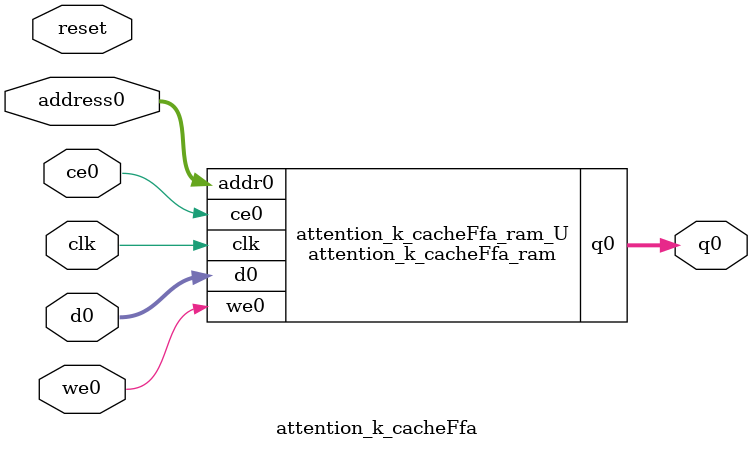
<source format=v>
`timescale 1 ns / 1 ps
module attention_k_cacheFfa_ram (addr0, ce0, d0, we0, q0,  clk);

parameter DWIDTH = 38;
parameter AWIDTH = 14;
parameter MEM_SIZE = 9216;

input[AWIDTH-1:0] addr0;
input ce0;
input[DWIDTH-1:0] d0;
input we0;
output reg[DWIDTH-1:0] q0;
input clk;

(* ram_style = "block" *)reg [DWIDTH-1:0] ram[0:MEM_SIZE-1];




always @(posedge clk)  
begin 
    if (ce0) begin
        if (we0) 
            ram[addr0] <= d0; 
        q0 <= ram[addr0];
    end
end


endmodule

`timescale 1 ns / 1 ps
module attention_k_cacheFfa(
    reset,
    clk,
    address0,
    ce0,
    we0,
    d0,
    q0);

parameter DataWidth = 32'd38;
parameter AddressRange = 32'd9216;
parameter AddressWidth = 32'd14;
input reset;
input clk;
input[AddressWidth - 1:0] address0;
input ce0;
input we0;
input[DataWidth - 1:0] d0;
output[DataWidth - 1:0] q0;



attention_k_cacheFfa_ram attention_k_cacheFfa_ram_U(
    .clk( clk ),
    .addr0( address0 ),
    .ce0( ce0 ),
    .we0( we0 ),
    .d0( d0 ),
    .q0( q0 ));

endmodule


</source>
